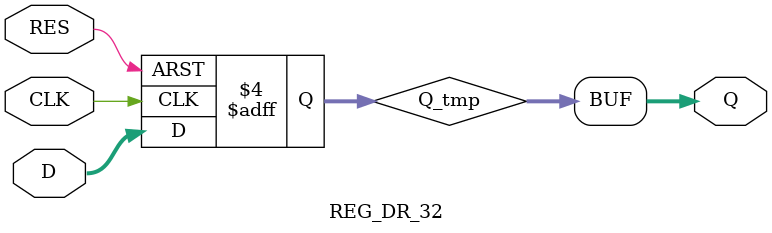
<source format=v>
`timescale 1ns / 1ps


module REG_DR_32(
    input [31:0] D,
    output [31:0] Q,
    input CLK,
    input RES
    );
    reg [31:0] Q_tmp=32'd0;
    assign Q=Q_tmp;
    always @(posedge CLK, posedge RES)
    begin
      if(RES==1'b1)
        Q_tmp<=32'd0;
      else
        Q_tmp<=D;      
    end
endmodule

</source>
